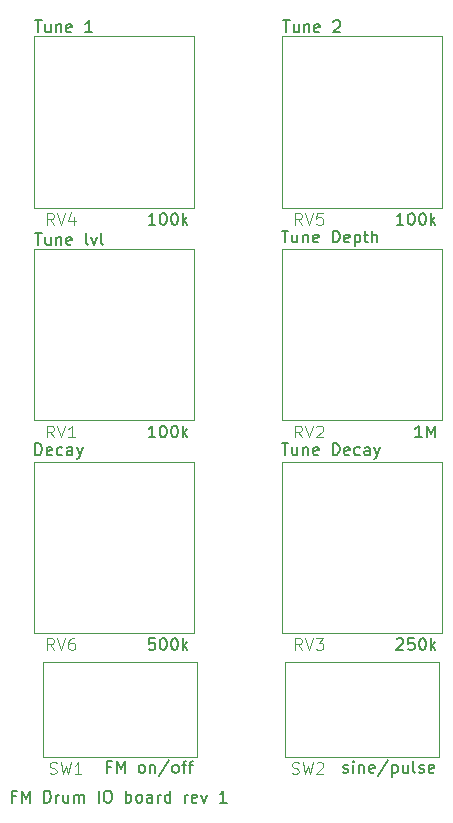
<source format=gbr>
%TF.GenerationSoftware,KiCad,Pcbnew,9.0.5*%
%TF.CreationDate,2025-10-05T20:16:51+02:00*%
%TF.ProjectId,11_fm_drum_io,31315f66-6d5f-4647-9275-6d5f696f2e6b,rev?*%
%TF.SameCoordinates,Original*%
%TF.FileFunction,Legend,Top*%
%TF.FilePolarity,Positive*%
%FSLAX46Y46*%
G04 Gerber Fmt 4.6, Leading zero omitted, Abs format (unit mm)*
G04 Created by KiCad (PCBNEW 9.0.5) date 2025-10-05 20:16:51*
%MOMM*%
%LPD*%
G01*
G04 APERTURE LIST*
%ADD10C,0.150000*%
%ADD11C,0.100000*%
G04 APERTURE END LIST*
D10*
X76670112Y-107346009D02*
X76336779Y-107346009D01*
X76336779Y-107869819D02*
X76336779Y-106869819D01*
X76336779Y-106869819D02*
X76812969Y-106869819D01*
X77193922Y-107869819D02*
X77193922Y-106869819D01*
X77193922Y-106869819D02*
X77527255Y-107584104D01*
X77527255Y-107584104D02*
X77860588Y-106869819D01*
X77860588Y-106869819D02*
X77860588Y-107869819D01*
X79098684Y-107869819D02*
X79098684Y-106869819D01*
X79098684Y-106869819D02*
X79336779Y-106869819D01*
X79336779Y-106869819D02*
X79479636Y-106917438D01*
X79479636Y-106917438D02*
X79574874Y-107012676D01*
X79574874Y-107012676D02*
X79622493Y-107107914D01*
X79622493Y-107107914D02*
X79670112Y-107298390D01*
X79670112Y-107298390D02*
X79670112Y-107441247D01*
X79670112Y-107441247D02*
X79622493Y-107631723D01*
X79622493Y-107631723D02*
X79574874Y-107726961D01*
X79574874Y-107726961D02*
X79479636Y-107822200D01*
X79479636Y-107822200D02*
X79336779Y-107869819D01*
X79336779Y-107869819D02*
X79098684Y-107869819D01*
X80098684Y-107869819D02*
X80098684Y-107203152D01*
X80098684Y-107393628D02*
X80146303Y-107298390D01*
X80146303Y-107298390D02*
X80193922Y-107250771D01*
X80193922Y-107250771D02*
X80289160Y-107203152D01*
X80289160Y-107203152D02*
X80384398Y-107203152D01*
X81146303Y-107203152D02*
X81146303Y-107869819D01*
X80717732Y-107203152D02*
X80717732Y-107726961D01*
X80717732Y-107726961D02*
X80765351Y-107822200D01*
X80765351Y-107822200D02*
X80860589Y-107869819D01*
X80860589Y-107869819D02*
X81003446Y-107869819D01*
X81003446Y-107869819D02*
X81098684Y-107822200D01*
X81098684Y-107822200D02*
X81146303Y-107774580D01*
X81622494Y-107869819D02*
X81622494Y-107203152D01*
X81622494Y-107298390D02*
X81670113Y-107250771D01*
X81670113Y-107250771D02*
X81765351Y-107203152D01*
X81765351Y-107203152D02*
X81908208Y-107203152D01*
X81908208Y-107203152D02*
X82003446Y-107250771D01*
X82003446Y-107250771D02*
X82051065Y-107346009D01*
X82051065Y-107346009D02*
X82051065Y-107869819D01*
X82051065Y-107346009D02*
X82098684Y-107250771D01*
X82098684Y-107250771D02*
X82193922Y-107203152D01*
X82193922Y-107203152D02*
X82336779Y-107203152D01*
X82336779Y-107203152D02*
X82432018Y-107250771D01*
X82432018Y-107250771D02*
X82479637Y-107346009D01*
X82479637Y-107346009D02*
X82479637Y-107869819D01*
X83717732Y-107869819D02*
X83717732Y-106869819D01*
X84384398Y-106869819D02*
X84574874Y-106869819D01*
X84574874Y-106869819D02*
X84670112Y-106917438D01*
X84670112Y-106917438D02*
X84765350Y-107012676D01*
X84765350Y-107012676D02*
X84812969Y-107203152D01*
X84812969Y-107203152D02*
X84812969Y-107536485D01*
X84812969Y-107536485D02*
X84765350Y-107726961D01*
X84765350Y-107726961D02*
X84670112Y-107822200D01*
X84670112Y-107822200D02*
X84574874Y-107869819D01*
X84574874Y-107869819D02*
X84384398Y-107869819D01*
X84384398Y-107869819D02*
X84289160Y-107822200D01*
X84289160Y-107822200D02*
X84193922Y-107726961D01*
X84193922Y-107726961D02*
X84146303Y-107536485D01*
X84146303Y-107536485D02*
X84146303Y-107203152D01*
X84146303Y-107203152D02*
X84193922Y-107012676D01*
X84193922Y-107012676D02*
X84289160Y-106917438D01*
X84289160Y-106917438D02*
X84384398Y-106869819D01*
X86003446Y-107869819D02*
X86003446Y-106869819D01*
X86003446Y-107250771D02*
X86098684Y-107203152D01*
X86098684Y-107203152D02*
X86289160Y-107203152D01*
X86289160Y-107203152D02*
X86384398Y-107250771D01*
X86384398Y-107250771D02*
X86432017Y-107298390D01*
X86432017Y-107298390D02*
X86479636Y-107393628D01*
X86479636Y-107393628D02*
X86479636Y-107679342D01*
X86479636Y-107679342D02*
X86432017Y-107774580D01*
X86432017Y-107774580D02*
X86384398Y-107822200D01*
X86384398Y-107822200D02*
X86289160Y-107869819D01*
X86289160Y-107869819D02*
X86098684Y-107869819D01*
X86098684Y-107869819D02*
X86003446Y-107822200D01*
X87051065Y-107869819D02*
X86955827Y-107822200D01*
X86955827Y-107822200D02*
X86908208Y-107774580D01*
X86908208Y-107774580D02*
X86860589Y-107679342D01*
X86860589Y-107679342D02*
X86860589Y-107393628D01*
X86860589Y-107393628D02*
X86908208Y-107298390D01*
X86908208Y-107298390D02*
X86955827Y-107250771D01*
X86955827Y-107250771D02*
X87051065Y-107203152D01*
X87051065Y-107203152D02*
X87193922Y-107203152D01*
X87193922Y-107203152D02*
X87289160Y-107250771D01*
X87289160Y-107250771D02*
X87336779Y-107298390D01*
X87336779Y-107298390D02*
X87384398Y-107393628D01*
X87384398Y-107393628D02*
X87384398Y-107679342D01*
X87384398Y-107679342D02*
X87336779Y-107774580D01*
X87336779Y-107774580D02*
X87289160Y-107822200D01*
X87289160Y-107822200D02*
X87193922Y-107869819D01*
X87193922Y-107869819D02*
X87051065Y-107869819D01*
X88241541Y-107869819D02*
X88241541Y-107346009D01*
X88241541Y-107346009D02*
X88193922Y-107250771D01*
X88193922Y-107250771D02*
X88098684Y-107203152D01*
X88098684Y-107203152D02*
X87908208Y-107203152D01*
X87908208Y-107203152D02*
X87812970Y-107250771D01*
X88241541Y-107822200D02*
X88146303Y-107869819D01*
X88146303Y-107869819D02*
X87908208Y-107869819D01*
X87908208Y-107869819D02*
X87812970Y-107822200D01*
X87812970Y-107822200D02*
X87765351Y-107726961D01*
X87765351Y-107726961D02*
X87765351Y-107631723D01*
X87765351Y-107631723D02*
X87812970Y-107536485D01*
X87812970Y-107536485D02*
X87908208Y-107488866D01*
X87908208Y-107488866D02*
X88146303Y-107488866D01*
X88146303Y-107488866D02*
X88241541Y-107441247D01*
X88717732Y-107869819D02*
X88717732Y-107203152D01*
X88717732Y-107393628D02*
X88765351Y-107298390D01*
X88765351Y-107298390D02*
X88812970Y-107250771D01*
X88812970Y-107250771D02*
X88908208Y-107203152D01*
X88908208Y-107203152D02*
X89003446Y-107203152D01*
X89765351Y-107869819D02*
X89765351Y-106869819D01*
X89765351Y-107822200D02*
X89670113Y-107869819D01*
X89670113Y-107869819D02*
X89479637Y-107869819D01*
X89479637Y-107869819D02*
X89384399Y-107822200D01*
X89384399Y-107822200D02*
X89336780Y-107774580D01*
X89336780Y-107774580D02*
X89289161Y-107679342D01*
X89289161Y-107679342D02*
X89289161Y-107393628D01*
X89289161Y-107393628D02*
X89336780Y-107298390D01*
X89336780Y-107298390D02*
X89384399Y-107250771D01*
X89384399Y-107250771D02*
X89479637Y-107203152D01*
X89479637Y-107203152D02*
X89670113Y-107203152D01*
X89670113Y-107203152D02*
X89765351Y-107250771D01*
X91003447Y-107869819D02*
X91003447Y-107203152D01*
X91003447Y-107393628D02*
X91051066Y-107298390D01*
X91051066Y-107298390D02*
X91098685Y-107250771D01*
X91098685Y-107250771D02*
X91193923Y-107203152D01*
X91193923Y-107203152D02*
X91289161Y-107203152D01*
X92003447Y-107822200D02*
X91908209Y-107869819D01*
X91908209Y-107869819D02*
X91717733Y-107869819D01*
X91717733Y-107869819D02*
X91622495Y-107822200D01*
X91622495Y-107822200D02*
X91574876Y-107726961D01*
X91574876Y-107726961D02*
X91574876Y-107346009D01*
X91574876Y-107346009D02*
X91622495Y-107250771D01*
X91622495Y-107250771D02*
X91717733Y-107203152D01*
X91717733Y-107203152D02*
X91908209Y-107203152D01*
X91908209Y-107203152D02*
X92003447Y-107250771D01*
X92003447Y-107250771D02*
X92051066Y-107346009D01*
X92051066Y-107346009D02*
X92051066Y-107441247D01*
X92051066Y-107441247D02*
X91574876Y-107536485D01*
X92384400Y-107203152D02*
X92622495Y-107869819D01*
X92622495Y-107869819D02*
X92860590Y-107203152D01*
X94527257Y-107869819D02*
X93955829Y-107869819D01*
X94241543Y-107869819D02*
X94241543Y-106869819D01*
X94241543Y-106869819D02*
X94146305Y-107012676D01*
X94146305Y-107012676D02*
X94051067Y-107107914D01*
X94051067Y-107107914D02*
X93955829Y-107155533D01*
D11*
X100066667Y-105409800D02*
X100209524Y-105457419D01*
X100209524Y-105457419D02*
X100447619Y-105457419D01*
X100447619Y-105457419D02*
X100542857Y-105409800D01*
X100542857Y-105409800D02*
X100590476Y-105362180D01*
X100590476Y-105362180D02*
X100638095Y-105266942D01*
X100638095Y-105266942D02*
X100638095Y-105171704D01*
X100638095Y-105171704D02*
X100590476Y-105076466D01*
X100590476Y-105076466D02*
X100542857Y-105028847D01*
X100542857Y-105028847D02*
X100447619Y-104981228D01*
X100447619Y-104981228D02*
X100257143Y-104933609D01*
X100257143Y-104933609D02*
X100161905Y-104885990D01*
X100161905Y-104885990D02*
X100114286Y-104838371D01*
X100114286Y-104838371D02*
X100066667Y-104743133D01*
X100066667Y-104743133D02*
X100066667Y-104647895D01*
X100066667Y-104647895D02*
X100114286Y-104552657D01*
X100114286Y-104552657D02*
X100161905Y-104505038D01*
X100161905Y-104505038D02*
X100257143Y-104457419D01*
X100257143Y-104457419D02*
X100495238Y-104457419D01*
X100495238Y-104457419D02*
X100638095Y-104505038D01*
X100971429Y-104457419D02*
X101209524Y-105457419D01*
X101209524Y-105457419D02*
X101400000Y-104743133D01*
X101400000Y-104743133D02*
X101590476Y-105457419D01*
X101590476Y-105457419D02*
X101828572Y-104457419D01*
X102161905Y-104552657D02*
X102209524Y-104505038D01*
X102209524Y-104505038D02*
X102304762Y-104457419D01*
X102304762Y-104457419D02*
X102542857Y-104457419D01*
X102542857Y-104457419D02*
X102638095Y-104505038D01*
X102638095Y-104505038D02*
X102685714Y-104552657D01*
X102685714Y-104552657D02*
X102733333Y-104647895D01*
X102733333Y-104647895D02*
X102733333Y-104743133D01*
X102733333Y-104743133D02*
X102685714Y-104885990D01*
X102685714Y-104885990D02*
X102114286Y-105457419D01*
X102114286Y-105457419D02*
X102733333Y-105457419D01*
D10*
X104396553Y-105307200D02*
X104491791Y-105354819D01*
X104491791Y-105354819D02*
X104682267Y-105354819D01*
X104682267Y-105354819D02*
X104777505Y-105307200D01*
X104777505Y-105307200D02*
X104825124Y-105211961D01*
X104825124Y-105211961D02*
X104825124Y-105164342D01*
X104825124Y-105164342D02*
X104777505Y-105069104D01*
X104777505Y-105069104D02*
X104682267Y-105021485D01*
X104682267Y-105021485D02*
X104539410Y-105021485D01*
X104539410Y-105021485D02*
X104444172Y-104973866D01*
X104444172Y-104973866D02*
X104396553Y-104878628D01*
X104396553Y-104878628D02*
X104396553Y-104831009D01*
X104396553Y-104831009D02*
X104444172Y-104735771D01*
X104444172Y-104735771D02*
X104539410Y-104688152D01*
X104539410Y-104688152D02*
X104682267Y-104688152D01*
X104682267Y-104688152D02*
X104777505Y-104735771D01*
X105253696Y-105354819D02*
X105253696Y-104688152D01*
X105253696Y-104354819D02*
X105206077Y-104402438D01*
X105206077Y-104402438D02*
X105253696Y-104450057D01*
X105253696Y-104450057D02*
X105301315Y-104402438D01*
X105301315Y-104402438D02*
X105253696Y-104354819D01*
X105253696Y-104354819D02*
X105253696Y-104450057D01*
X105729886Y-104688152D02*
X105729886Y-105354819D01*
X105729886Y-104783390D02*
X105777505Y-104735771D01*
X105777505Y-104735771D02*
X105872743Y-104688152D01*
X105872743Y-104688152D02*
X106015600Y-104688152D01*
X106015600Y-104688152D02*
X106110838Y-104735771D01*
X106110838Y-104735771D02*
X106158457Y-104831009D01*
X106158457Y-104831009D02*
X106158457Y-105354819D01*
X107015600Y-105307200D02*
X106920362Y-105354819D01*
X106920362Y-105354819D02*
X106729886Y-105354819D01*
X106729886Y-105354819D02*
X106634648Y-105307200D01*
X106634648Y-105307200D02*
X106587029Y-105211961D01*
X106587029Y-105211961D02*
X106587029Y-104831009D01*
X106587029Y-104831009D02*
X106634648Y-104735771D01*
X106634648Y-104735771D02*
X106729886Y-104688152D01*
X106729886Y-104688152D02*
X106920362Y-104688152D01*
X106920362Y-104688152D02*
X107015600Y-104735771D01*
X107015600Y-104735771D02*
X107063219Y-104831009D01*
X107063219Y-104831009D02*
X107063219Y-104926247D01*
X107063219Y-104926247D02*
X106587029Y-105021485D01*
X108206076Y-104307200D02*
X107348934Y-105592914D01*
X108539410Y-104688152D02*
X108539410Y-105688152D01*
X108539410Y-104735771D02*
X108634648Y-104688152D01*
X108634648Y-104688152D02*
X108825124Y-104688152D01*
X108825124Y-104688152D02*
X108920362Y-104735771D01*
X108920362Y-104735771D02*
X108967981Y-104783390D01*
X108967981Y-104783390D02*
X109015600Y-104878628D01*
X109015600Y-104878628D02*
X109015600Y-105164342D01*
X109015600Y-105164342D02*
X108967981Y-105259580D01*
X108967981Y-105259580D02*
X108920362Y-105307200D01*
X108920362Y-105307200D02*
X108825124Y-105354819D01*
X108825124Y-105354819D02*
X108634648Y-105354819D01*
X108634648Y-105354819D02*
X108539410Y-105307200D01*
X109872743Y-104688152D02*
X109872743Y-105354819D01*
X109444172Y-104688152D02*
X109444172Y-105211961D01*
X109444172Y-105211961D02*
X109491791Y-105307200D01*
X109491791Y-105307200D02*
X109587029Y-105354819D01*
X109587029Y-105354819D02*
X109729886Y-105354819D01*
X109729886Y-105354819D02*
X109825124Y-105307200D01*
X109825124Y-105307200D02*
X109872743Y-105259580D01*
X110491791Y-105354819D02*
X110396553Y-105307200D01*
X110396553Y-105307200D02*
X110348934Y-105211961D01*
X110348934Y-105211961D02*
X110348934Y-104354819D01*
X110825125Y-105307200D02*
X110920363Y-105354819D01*
X110920363Y-105354819D02*
X111110839Y-105354819D01*
X111110839Y-105354819D02*
X111206077Y-105307200D01*
X111206077Y-105307200D02*
X111253696Y-105211961D01*
X111253696Y-105211961D02*
X111253696Y-105164342D01*
X111253696Y-105164342D02*
X111206077Y-105069104D01*
X111206077Y-105069104D02*
X111110839Y-105021485D01*
X111110839Y-105021485D02*
X110967982Y-105021485D01*
X110967982Y-105021485D02*
X110872744Y-104973866D01*
X110872744Y-104973866D02*
X110825125Y-104878628D01*
X110825125Y-104878628D02*
X110825125Y-104831009D01*
X110825125Y-104831009D02*
X110872744Y-104735771D01*
X110872744Y-104735771D02*
X110967982Y-104688152D01*
X110967982Y-104688152D02*
X111110839Y-104688152D01*
X111110839Y-104688152D02*
X111206077Y-104735771D01*
X112063220Y-105307200D02*
X111967982Y-105354819D01*
X111967982Y-105354819D02*
X111777506Y-105354819D01*
X111777506Y-105354819D02*
X111682268Y-105307200D01*
X111682268Y-105307200D02*
X111634649Y-105211961D01*
X111634649Y-105211961D02*
X111634649Y-104831009D01*
X111634649Y-104831009D02*
X111682268Y-104735771D01*
X111682268Y-104735771D02*
X111777506Y-104688152D01*
X111777506Y-104688152D02*
X111967982Y-104688152D01*
X111967982Y-104688152D02*
X112063220Y-104735771D01*
X112063220Y-104735771D02*
X112110839Y-104831009D01*
X112110839Y-104831009D02*
X112110839Y-104926247D01*
X112110839Y-104926247D02*
X111634649Y-105021485D01*
D11*
X79904761Y-76957419D02*
X79571428Y-76481228D01*
X79333333Y-76957419D02*
X79333333Y-75957419D01*
X79333333Y-75957419D02*
X79714285Y-75957419D01*
X79714285Y-75957419D02*
X79809523Y-76005038D01*
X79809523Y-76005038D02*
X79857142Y-76052657D01*
X79857142Y-76052657D02*
X79904761Y-76147895D01*
X79904761Y-76147895D02*
X79904761Y-76290752D01*
X79904761Y-76290752D02*
X79857142Y-76385990D01*
X79857142Y-76385990D02*
X79809523Y-76433609D01*
X79809523Y-76433609D02*
X79714285Y-76481228D01*
X79714285Y-76481228D02*
X79333333Y-76481228D01*
X80190476Y-75957419D02*
X80523809Y-76957419D01*
X80523809Y-76957419D02*
X80857142Y-75957419D01*
X81714285Y-76957419D02*
X81142857Y-76957419D01*
X81428571Y-76957419D02*
X81428571Y-75957419D01*
X81428571Y-75957419D02*
X81333333Y-76100276D01*
X81333333Y-76100276D02*
X81238095Y-76195514D01*
X81238095Y-76195514D02*
X81142857Y-76243133D01*
D10*
X88496553Y-76954819D02*
X87925125Y-76954819D01*
X88210839Y-76954819D02*
X88210839Y-75954819D01*
X88210839Y-75954819D02*
X88115601Y-76097676D01*
X88115601Y-76097676D02*
X88020363Y-76192914D01*
X88020363Y-76192914D02*
X87925125Y-76240533D01*
X89115601Y-75954819D02*
X89210839Y-75954819D01*
X89210839Y-75954819D02*
X89306077Y-76002438D01*
X89306077Y-76002438D02*
X89353696Y-76050057D01*
X89353696Y-76050057D02*
X89401315Y-76145295D01*
X89401315Y-76145295D02*
X89448934Y-76335771D01*
X89448934Y-76335771D02*
X89448934Y-76573866D01*
X89448934Y-76573866D02*
X89401315Y-76764342D01*
X89401315Y-76764342D02*
X89353696Y-76859580D01*
X89353696Y-76859580D02*
X89306077Y-76907200D01*
X89306077Y-76907200D02*
X89210839Y-76954819D01*
X89210839Y-76954819D02*
X89115601Y-76954819D01*
X89115601Y-76954819D02*
X89020363Y-76907200D01*
X89020363Y-76907200D02*
X88972744Y-76859580D01*
X88972744Y-76859580D02*
X88925125Y-76764342D01*
X88925125Y-76764342D02*
X88877506Y-76573866D01*
X88877506Y-76573866D02*
X88877506Y-76335771D01*
X88877506Y-76335771D02*
X88925125Y-76145295D01*
X88925125Y-76145295D02*
X88972744Y-76050057D01*
X88972744Y-76050057D02*
X89020363Y-76002438D01*
X89020363Y-76002438D02*
X89115601Y-75954819D01*
X90067982Y-75954819D02*
X90163220Y-75954819D01*
X90163220Y-75954819D02*
X90258458Y-76002438D01*
X90258458Y-76002438D02*
X90306077Y-76050057D01*
X90306077Y-76050057D02*
X90353696Y-76145295D01*
X90353696Y-76145295D02*
X90401315Y-76335771D01*
X90401315Y-76335771D02*
X90401315Y-76573866D01*
X90401315Y-76573866D02*
X90353696Y-76764342D01*
X90353696Y-76764342D02*
X90306077Y-76859580D01*
X90306077Y-76859580D02*
X90258458Y-76907200D01*
X90258458Y-76907200D02*
X90163220Y-76954819D01*
X90163220Y-76954819D02*
X90067982Y-76954819D01*
X90067982Y-76954819D02*
X89972744Y-76907200D01*
X89972744Y-76907200D02*
X89925125Y-76859580D01*
X89925125Y-76859580D02*
X89877506Y-76764342D01*
X89877506Y-76764342D02*
X89829887Y-76573866D01*
X89829887Y-76573866D02*
X89829887Y-76335771D01*
X89829887Y-76335771D02*
X89877506Y-76145295D01*
X89877506Y-76145295D02*
X89925125Y-76050057D01*
X89925125Y-76050057D02*
X89972744Y-76002438D01*
X89972744Y-76002438D02*
X90067982Y-75954819D01*
X90829887Y-76954819D02*
X90829887Y-75954819D01*
X90925125Y-76573866D02*
X91210839Y-76954819D01*
X91210839Y-76288152D02*
X90829887Y-76669104D01*
X78293922Y-59654819D02*
X78865350Y-59654819D01*
X78579636Y-60654819D02*
X78579636Y-59654819D01*
X79627255Y-59988152D02*
X79627255Y-60654819D01*
X79198684Y-59988152D02*
X79198684Y-60511961D01*
X79198684Y-60511961D02*
X79246303Y-60607200D01*
X79246303Y-60607200D02*
X79341541Y-60654819D01*
X79341541Y-60654819D02*
X79484398Y-60654819D01*
X79484398Y-60654819D02*
X79579636Y-60607200D01*
X79579636Y-60607200D02*
X79627255Y-60559580D01*
X80103446Y-59988152D02*
X80103446Y-60654819D01*
X80103446Y-60083390D02*
X80151065Y-60035771D01*
X80151065Y-60035771D02*
X80246303Y-59988152D01*
X80246303Y-59988152D02*
X80389160Y-59988152D01*
X80389160Y-59988152D02*
X80484398Y-60035771D01*
X80484398Y-60035771D02*
X80532017Y-60131009D01*
X80532017Y-60131009D02*
X80532017Y-60654819D01*
X81389160Y-60607200D02*
X81293922Y-60654819D01*
X81293922Y-60654819D02*
X81103446Y-60654819D01*
X81103446Y-60654819D02*
X81008208Y-60607200D01*
X81008208Y-60607200D02*
X80960589Y-60511961D01*
X80960589Y-60511961D02*
X80960589Y-60131009D01*
X80960589Y-60131009D02*
X81008208Y-60035771D01*
X81008208Y-60035771D02*
X81103446Y-59988152D01*
X81103446Y-59988152D02*
X81293922Y-59988152D01*
X81293922Y-59988152D02*
X81389160Y-60035771D01*
X81389160Y-60035771D02*
X81436779Y-60131009D01*
X81436779Y-60131009D02*
X81436779Y-60226247D01*
X81436779Y-60226247D02*
X80960589Y-60321485D01*
X82770113Y-60654819D02*
X82674875Y-60607200D01*
X82674875Y-60607200D02*
X82627256Y-60511961D01*
X82627256Y-60511961D02*
X82627256Y-59654819D01*
X83055828Y-59988152D02*
X83293923Y-60654819D01*
X83293923Y-60654819D02*
X83532018Y-59988152D01*
X84055828Y-60654819D02*
X83960590Y-60607200D01*
X83960590Y-60607200D02*
X83912971Y-60511961D01*
X83912971Y-60511961D02*
X83912971Y-59654819D01*
D11*
X79904761Y-58957419D02*
X79571428Y-58481228D01*
X79333333Y-58957419D02*
X79333333Y-57957419D01*
X79333333Y-57957419D02*
X79714285Y-57957419D01*
X79714285Y-57957419D02*
X79809523Y-58005038D01*
X79809523Y-58005038D02*
X79857142Y-58052657D01*
X79857142Y-58052657D02*
X79904761Y-58147895D01*
X79904761Y-58147895D02*
X79904761Y-58290752D01*
X79904761Y-58290752D02*
X79857142Y-58385990D01*
X79857142Y-58385990D02*
X79809523Y-58433609D01*
X79809523Y-58433609D02*
X79714285Y-58481228D01*
X79714285Y-58481228D02*
X79333333Y-58481228D01*
X80190476Y-57957419D02*
X80523809Y-58957419D01*
X80523809Y-58957419D02*
X80857142Y-57957419D01*
X81619047Y-58290752D02*
X81619047Y-58957419D01*
X81380952Y-57909800D02*
X81142857Y-58624085D01*
X81142857Y-58624085D02*
X81761904Y-58624085D01*
D10*
X88496553Y-58954819D02*
X87925125Y-58954819D01*
X88210839Y-58954819D02*
X88210839Y-57954819D01*
X88210839Y-57954819D02*
X88115601Y-58097676D01*
X88115601Y-58097676D02*
X88020363Y-58192914D01*
X88020363Y-58192914D02*
X87925125Y-58240533D01*
X89115601Y-57954819D02*
X89210839Y-57954819D01*
X89210839Y-57954819D02*
X89306077Y-58002438D01*
X89306077Y-58002438D02*
X89353696Y-58050057D01*
X89353696Y-58050057D02*
X89401315Y-58145295D01*
X89401315Y-58145295D02*
X89448934Y-58335771D01*
X89448934Y-58335771D02*
X89448934Y-58573866D01*
X89448934Y-58573866D02*
X89401315Y-58764342D01*
X89401315Y-58764342D02*
X89353696Y-58859580D01*
X89353696Y-58859580D02*
X89306077Y-58907200D01*
X89306077Y-58907200D02*
X89210839Y-58954819D01*
X89210839Y-58954819D02*
X89115601Y-58954819D01*
X89115601Y-58954819D02*
X89020363Y-58907200D01*
X89020363Y-58907200D02*
X88972744Y-58859580D01*
X88972744Y-58859580D02*
X88925125Y-58764342D01*
X88925125Y-58764342D02*
X88877506Y-58573866D01*
X88877506Y-58573866D02*
X88877506Y-58335771D01*
X88877506Y-58335771D02*
X88925125Y-58145295D01*
X88925125Y-58145295D02*
X88972744Y-58050057D01*
X88972744Y-58050057D02*
X89020363Y-58002438D01*
X89020363Y-58002438D02*
X89115601Y-57954819D01*
X90067982Y-57954819D02*
X90163220Y-57954819D01*
X90163220Y-57954819D02*
X90258458Y-58002438D01*
X90258458Y-58002438D02*
X90306077Y-58050057D01*
X90306077Y-58050057D02*
X90353696Y-58145295D01*
X90353696Y-58145295D02*
X90401315Y-58335771D01*
X90401315Y-58335771D02*
X90401315Y-58573866D01*
X90401315Y-58573866D02*
X90353696Y-58764342D01*
X90353696Y-58764342D02*
X90306077Y-58859580D01*
X90306077Y-58859580D02*
X90258458Y-58907200D01*
X90258458Y-58907200D02*
X90163220Y-58954819D01*
X90163220Y-58954819D02*
X90067982Y-58954819D01*
X90067982Y-58954819D02*
X89972744Y-58907200D01*
X89972744Y-58907200D02*
X89925125Y-58859580D01*
X89925125Y-58859580D02*
X89877506Y-58764342D01*
X89877506Y-58764342D02*
X89829887Y-58573866D01*
X89829887Y-58573866D02*
X89829887Y-58335771D01*
X89829887Y-58335771D02*
X89877506Y-58145295D01*
X89877506Y-58145295D02*
X89925125Y-58050057D01*
X89925125Y-58050057D02*
X89972744Y-58002438D01*
X89972744Y-58002438D02*
X90067982Y-57954819D01*
X90829887Y-58954819D02*
X90829887Y-57954819D01*
X90925125Y-58573866D02*
X91210839Y-58954819D01*
X91210839Y-58288152D02*
X90829887Y-58669104D01*
X78293922Y-41654819D02*
X78865350Y-41654819D01*
X78579636Y-42654819D02*
X78579636Y-41654819D01*
X79627255Y-41988152D02*
X79627255Y-42654819D01*
X79198684Y-41988152D02*
X79198684Y-42511961D01*
X79198684Y-42511961D02*
X79246303Y-42607200D01*
X79246303Y-42607200D02*
X79341541Y-42654819D01*
X79341541Y-42654819D02*
X79484398Y-42654819D01*
X79484398Y-42654819D02*
X79579636Y-42607200D01*
X79579636Y-42607200D02*
X79627255Y-42559580D01*
X80103446Y-41988152D02*
X80103446Y-42654819D01*
X80103446Y-42083390D02*
X80151065Y-42035771D01*
X80151065Y-42035771D02*
X80246303Y-41988152D01*
X80246303Y-41988152D02*
X80389160Y-41988152D01*
X80389160Y-41988152D02*
X80484398Y-42035771D01*
X80484398Y-42035771D02*
X80532017Y-42131009D01*
X80532017Y-42131009D02*
X80532017Y-42654819D01*
X81389160Y-42607200D02*
X81293922Y-42654819D01*
X81293922Y-42654819D02*
X81103446Y-42654819D01*
X81103446Y-42654819D02*
X81008208Y-42607200D01*
X81008208Y-42607200D02*
X80960589Y-42511961D01*
X80960589Y-42511961D02*
X80960589Y-42131009D01*
X80960589Y-42131009D02*
X81008208Y-42035771D01*
X81008208Y-42035771D02*
X81103446Y-41988152D01*
X81103446Y-41988152D02*
X81293922Y-41988152D01*
X81293922Y-41988152D02*
X81389160Y-42035771D01*
X81389160Y-42035771D02*
X81436779Y-42131009D01*
X81436779Y-42131009D02*
X81436779Y-42226247D01*
X81436779Y-42226247D02*
X80960589Y-42321485D01*
X83151065Y-42654819D02*
X82579637Y-42654819D01*
X82865351Y-42654819D02*
X82865351Y-41654819D01*
X82865351Y-41654819D02*
X82770113Y-41797676D01*
X82770113Y-41797676D02*
X82674875Y-41892914D01*
X82674875Y-41892914D02*
X82579637Y-41940533D01*
D11*
X100904761Y-58957419D02*
X100571428Y-58481228D01*
X100333333Y-58957419D02*
X100333333Y-57957419D01*
X100333333Y-57957419D02*
X100714285Y-57957419D01*
X100714285Y-57957419D02*
X100809523Y-58005038D01*
X100809523Y-58005038D02*
X100857142Y-58052657D01*
X100857142Y-58052657D02*
X100904761Y-58147895D01*
X100904761Y-58147895D02*
X100904761Y-58290752D01*
X100904761Y-58290752D02*
X100857142Y-58385990D01*
X100857142Y-58385990D02*
X100809523Y-58433609D01*
X100809523Y-58433609D02*
X100714285Y-58481228D01*
X100714285Y-58481228D02*
X100333333Y-58481228D01*
X101190476Y-57957419D02*
X101523809Y-58957419D01*
X101523809Y-58957419D02*
X101857142Y-57957419D01*
X102666666Y-57957419D02*
X102190476Y-57957419D01*
X102190476Y-57957419D02*
X102142857Y-58433609D01*
X102142857Y-58433609D02*
X102190476Y-58385990D01*
X102190476Y-58385990D02*
X102285714Y-58338371D01*
X102285714Y-58338371D02*
X102523809Y-58338371D01*
X102523809Y-58338371D02*
X102619047Y-58385990D01*
X102619047Y-58385990D02*
X102666666Y-58433609D01*
X102666666Y-58433609D02*
X102714285Y-58528847D01*
X102714285Y-58528847D02*
X102714285Y-58766942D01*
X102714285Y-58766942D02*
X102666666Y-58862180D01*
X102666666Y-58862180D02*
X102619047Y-58909800D01*
X102619047Y-58909800D02*
X102523809Y-58957419D01*
X102523809Y-58957419D02*
X102285714Y-58957419D01*
X102285714Y-58957419D02*
X102190476Y-58909800D01*
X102190476Y-58909800D02*
X102142857Y-58862180D01*
D10*
X109496553Y-58954819D02*
X108925125Y-58954819D01*
X109210839Y-58954819D02*
X109210839Y-57954819D01*
X109210839Y-57954819D02*
X109115601Y-58097676D01*
X109115601Y-58097676D02*
X109020363Y-58192914D01*
X109020363Y-58192914D02*
X108925125Y-58240533D01*
X110115601Y-57954819D02*
X110210839Y-57954819D01*
X110210839Y-57954819D02*
X110306077Y-58002438D01*
X110306077Y-58002438D02*
X110353696Y-58050057D01*
X110353696Y-58050057D02*
X110401315Y-58145295D01*
X110401315Y-58145295D02*
X110448934Y-58335771D01*
X110448934Y-58335771D02*
X110448934Y-58573866D01*
X110448934Y-58573866D02*
X110401315Y-58764342D01*
X110401315Y-58764342D02*
X110353696Y-58859580D01*
X110353696Y-58859580D02*
X110306077Y-58907200D01*
X110306077Y-58907200D02*
X110210839Y-58954819D01*
X110210839Y-58954819D02*
X110115601Y-58954819D01*
X110115601Y-58954819D02*
X110020363Y-58907200D01*
X110020363Y-58907200D02*
X109972744Y-58859580D01*
X109972744Y-58859580D02*
X109925125Y-58764342D01*
X109925125Y-58764342D02*
X109877506Y-58573866D01*
X109877506Y-58573866D02*
X109877506Y-58335771D01*
X109877506Y-58335771D02*
X109925125Y-58145295D01*
X109925125Y-58145295D02*
X109972744Y-58050057D01*
X109972744Y-58050057D02*
X110020363Y-58002438D01*
X110020363Y-58002438D02*
X110115601Y-57954819D01*
X111067982Y-57954819D02*
X111163220Y-57954819D01*
X111163220Y-57954819D02*
X111258458Y-58002438D01*
X111258458Y-58002438D02*
X111306077Y-58050057D01*
X111306077Y-58050057D02*
X111353696Y-58145295D01*
X111353696Y-58145295D02*
X111401315Y-58335771D01*
X111401315Y-58335771D02*
X111401315Y-58573866D01*
X111401315Y-58573866D02*
X111353696Y-58764342D01*
X111353696Y-58764342D02*
X111306077Y-58859580D01*
X111306077Y-58859580D02*
X111258458Y-58907200D01*
X111258458Y-58907200D02*
X111163220Y-58954819D01*
X111163220Y-58954819D02*
X111067982Y-58954819D01*
X111067982Y-58954819D02*
X110972744Y-58907200D01*
X110972744Y-58907200D02*
X110925125Y-58859580D01*
X110925125Y-58859580D02*
X110877506Y-58764342D01*
X110877506Y-58764342D02*
X110829887Y-58573866D01*
X110829887Y-58573866D02*
X110829887Y-58335771D01*
X110829887Y-58335771D02*
X110877506Y-58145295D01*
X110877506Y-58145295D02*
X110925125Y-58050057D01*
X110925125Y-58050057D02*
X110972744Y-58002438D01*
X110972744Y-58002438D02*
X111067982Y-57954819D01*
X111829887Y-58954819D02*
X111829887Y-57954819D01*
X111925125Y-58573866D02*
X112210839Y-58954819D01*
X112210839Y-58288152D02*
X111829887Y-58669104D01*
X99293922Y-41654819D02*
X99865350Y-41654819D01*
X99579636Y-42654819D02*
X99579636Y-41654819D01*
X100627255Y-41988152D02*
X100627255Y-42654819D01*
X100198684Y-41988152D02*
X100198684Y-42511961D01*
X100198684Y-42511961D02*
X100246303Y-42607200D01*
X100246303Y-42607200D02*
X100341541Y-42654819D01*
X100341541Y-42654819D02*
X100484398Y-42654819D01*
X100484398Y-42654819D02*
X100579636Y-42607200D01*
X100579636Y-42607200D02*
X100627255Y-42559580D01*
X101103446Y-41988152D02*
X101103446Y-42654819D01*
X101103446Y-42083390D02*
X101151065Y-42035771D01*
X101151065Y-42035771D02*
X101246303Y-41988152D01*
X101246303Y-41988152D02*
X101389160Y-41988152D01*
X101389160Y-41988152D02*
X101484398Y-42035771D01*
X101484398Y-42035771D02*
X101532017Y-42131009D01*
X101532017Y-42131009D02*
X101532017Y-42654819D01*
X102389160Y-42607200D02*
X102293922Y-42654819D01*
X102293922Y-42654819D02*
X102103446Y-42654819D01*
X102103446Y-42654819D02*
X102008208Y-42607200D01*
X102008208Y-42607200D02*
X101960589Y-42511961D01*
X101960589Y-42511961D02*
X101960589Y-42131009D01*
X101960589Y-42131009D02*
X102008208Y-42035771D01*
X102008208Y-42035771D02*
X102103446Y-41988152D01*
X102103446Y-41988152D02*
X102293922Y-41988152D01*
X102293922Y-41988152D02*
X102389160Y-42035771D01*
X102389160Y-42035771D02*
X102436779Y-42131009D01*
X102436779Y-42131009D02*
X102436779Y-42226247D01*
X102436779Y-42226247D02*
X101960589Y-42321485D01*
X103579637Y-41750057D02*
X103627256Y-41702438D01*
X103627256Y-41702438D02*
X103722494Y-41654819D01*
X103722494Y-41654819D02*
X103960589Y-41654819D01*
X103960589Y-41654819D02*
X104055827Y-41702438D01*
X104055827Y-41702438D02*
X104103446Y-41750057D01*
X104103446Y-41750057D02*
X104151065Y-41845295D01*
X104151065Y-41845295D02*
X104151065Y-41940533D01*
X104151065Y-41940533D02*
X104103446Y-42083390D01*
X104103446Y-42083390D02*
X103532018Y-42654819D01*
X103532018Y-42654819D02*
X104151065Y-42654819D01*
D11*
X79904761Y-94957419D02*
X79571428Y-94481228D01*
X79333333Y-94957419D02*
X79333333Y-93957419D01*
X79333333Y-93957419D02*
X79714285Y-93957419D01*
X79714285Y-93957419D02*
X79809523Y-94005038D01*
X79809523Y-94005038D02*
X79857142Y-94052657D01*
X79857142Y-94052657D02*
X79904761Y-94147895D01*
X79904761Y-94147895D02*
X79904761Y-94290752D01*
X79904761Y-94290752D02*
X79857142Y-94385990D01*
X79857142Y-94385990D02*
X79809523Y-94433609D01*
X79809523Y-94433609D02*
X79714285Y-94481228D01*
X79714285Y-94481228D02*
X79333333Y-94481228D01*
X80190476Y-93957419D02*
X80523809Y-94957419D01*
X80523809Y-94957419D02*
X80857142Y-93957419D01*
X81619047Y-93957419D02*
X81428571Y-93957419D01*
X81428571Y-93957419D02*
X81333333Y-94005038D01*
X81333333Y-94005038D02*
X81285714Y-94052657D01*
X81285714Y-94052657D02*
X81190476Y-94195514D01*
X81190476Y-94195514D02*
X81142857Y-94385990D01*
X81142857Y-94385990D02*
X81142857Y-94766942D01*
X81142857Y-94766942D02*
X81190476Y-94862180D01*
X81190476Y-94862180D02*
X81238095Y-94909800D01*
X81238095Y-94909800D02*
X81333333Y-94957419D01*
X81333333Y-94957419D02*
X81523809Y-94957419D01*
X81523809Y-94957419D02*
X81619047Y-94909800D01*
X81619047Y-94909800D02*
X81666666Y-94862180D01*
X81666666Y-94862180D02*
X81714285Y-94766942D01*
X81714285Y-94766942D02*
X81714285Y-94528847D01*
X81714285Y-94528847D02*
X81666666Y-94433609D01*
X81666666Y-94433609D02*
X81619047Y-94385990D01*
X81619047Y-94385990D02*
X81523809Y-94338371D01*
X81523809Y-94338371D02*
X81333333Y-94338371D01*
X81333333Y-94338371D02*
X81238095Y-94385990D01*
X81238095Y-94385990D02*
X81190476Y-94433609D01*
X81190476Y-94433609D02*
X81142857Y-94528847D01*
D10*
X88448934Y-93954819D02*
X87972744Y-93954819D01*
X87972744Y-93954819D02*
X87925125Y-94431009D01*
X87925125Y-94431009D02*
X87972744Y-94383390D01*
X87972744Y-94383390D02*
X88067982Y-94335771D01*
X88067982Y-94335771D02*
X88306077Y-94335771D01*
X88306077Y-94335771D02*
X88401315Y-94383390D01*
X88401315Y-94383390D02*
X88448934Y-94431009D01*
X88448934Y-94431009D02*
X88496553Y-94526247D01*
X88496553Y-94526247D02*
X88496553Y-94764342D01*
X88496553Y-94764342D02*
X88448934Y-94859580D01*
X88448934Y-94859580D02*
X88401315Y-94907200D01*
X88401315Y-94907200D02*
X88306077Y-94954819D01*
X88306077Y-94954819D02*
X88067982Y-94954819D01*
X88067982Y-94954819D02*
X87972744Y-94907200D01*
X87972744Y-94907200D02*
X87925125Y-94859580D01*
X89115601Y-93954819D02*
X89210839Y-93954819D01*
X89210839Y-93954819D02*
X89306077Y-94002438D01*
X89306077Y-94002438D02*
X89353696Y-94050057D01*
X89353696Y-94050057D02*
X89401315Y-94145295D01*
X89401315Y-94145295D02*
X89448934Y-94335771D01*
X89448934Y-94335771D02*
X89448934Y-94573866D01*
X89448934Y-94573866D02*
X89401315Y-94764342D01*
X89401315Y-94764342D02*
X89353696Y-94859580D01*
X89353696Y-94859580D02*
X89306077Y-94907200D01*
X89306077Y-94907200D02*
X89210839Y-94954819D01*
X89210839Y-94954819D02*
X89115601Y-94954819D01*
X89115601Y-94954819D02*
X89020363Y-94907200D01*
X89020363Y-94907200D02*
X88972744Y-94859580D01*
X88972744Y-94859580D02*
X88925125Y-94764342D01*
X88925125Y-94764342D02*
X88877506Y-94573866D01*
X88877506Y-94573866D02*
X88877506Y-94335771D01*
X88877506Y-94335771D02*
X88925125Y-94145295D01*
X88925125Y-94145295D02*
X88972744Y-94050057D01*
X88972744Y-94050057D02*
X89020363Y-94002438D01*
X89020363Y-94002438D02*
X89115601Y-93954819D01*
X90067982Y-93954819D02*
X90163220Y-93954819D01*
X90163220Y-93954819D02*
X90258458Y-94002438D01*
X90258458Y-94002438D02*
X90306077Y-94050057D01*
X90306077Y-94050057D02*
X90353696Y-94145295D01*
X90353696Y-94145295D02*
X90401315Y-94335771D01*
X90401315Y-94335771D02*
X90401315Y-94573866D01*
X90401315Y-94573866D02*
X90353696Y-94764342D01*
X90353696Y-94764342D02*
X90306077Y-94859580D01*
X90306077Y-94859580D02*
X90258458Y-94907200D01*
X90258458Y-94907200D02*
X90163220Y-94954819D01*
X90163220Y-94954819D02*
X90067982Y-94954819D01*
X90067982Y-94954819D02*
X89972744Y-94907200D01*
X89972744Y-94907200D02*
X89925125Y-94859580D01*
X89925125Y-94859580D02*
X89877506Y-94764342D01*
X89877506Y-94764342D02*
X89829887Y-94573866D01*
X89829887Y-94573866D02*
X89829887Y-94335771D01*
X89829887Y-94335771D02*
X89877506Y-94145295D01*
X89877506Y-94145295D02*
X89925125Y-94050057D01*
X89925125Y-94050057D02*
X89972744Y-94002438D01*
X89972744Y-94002438D02*
X90067982Y-93954819D01*
X90829887Y-94954819D02*
X90829887Y-93954819D01*
X90925125Y-94573866D02*
X91210839Y-94954819D01*
X91210839Y-94288152D02*
X90829887Y-94669104D01*
X78336779Y-78454819D02*
X78336779Y-77454819D01*
X78336779Y-77454819D02*
X78574874Y-77454819D01*
X78574874Y-77454819D02*
X78717731Y-77502438D01*
X78717731Y-77502438D02*
X78812969Y-77597676D01*
X78812969Y-77597676D02*
X78860588Y-77692914D01*
X78860588Y-77692914D02*
X78908207Y-77883390D01*
X78908207Y-77883390D02*
X78908207Y-78026247D01*
X78908207Y-78026247D02*
X78860588Y-78216723D01*
X78860588Y-78216723D02*
X78812969Y-78311961D01*
X78812969Y-78311961D02*
X78717731Y-78407200D01*
X78717731Y-78407200D02*
X78574874Y-78454819D01*
X78574874Y-78454819D02*
X78336779Y-78454819D01*
X79717731Y-78407200D02*
X79622493Y-78454819D01*
X79622493Y-78454819D02*
X79432017Y-78454819D01*
X79432017Y-78454819D02*
X79336779Y-78407200D01*
X79336779Y-78407200D02*
X79289160Y-78311961D01*
X79289160Y-78311961D02*
X79289160Y-77931009D01*
X79289160Y-77931009D02*
X79336779Y-77835771D01*
X79336779Y-77835771D02*
X79432017Y-77788152D01*
X79432017Y-77788152D02*
X79622493Y-77788152D01*
X79622493Y-77788152D02*
X79717731Y-77835771D01*
X79717731Y-77835771D02*
X79765350Y-77931009D01*
X79765350Y-77931009D02*
X79765350Y-78026247D01*
X79765350Y-78026247D02*
X79289160Y-78121485D01*
X80622493Y-78407200D02*
X80527255Y-78454819D01*
X80527255Y-78454819D02*
X80336779Y-78454819D01*
X80336779Y-78454819D02*
X80241541Y-78407200D01*
X80241541Y-78407200D02*
X80193922Y-78359580D01*
X80193922Y-78359580D02*
X80146303Y-78264342D01*
X80146303Y-78264342D02*
X80146303Y-77978628D01*
X80146303Y-77978628D02*
X80193922Y-77883390D01*
X80193922Y-77883390D02*
X80241541Y-77835771D01*
X80241541Y-77835771D02*
X80336779Y-77788152D01*
X80336779Y-77788152D02*
X80527255Y-77788152D01*
X80527255Y-77788152D02*
X80622493Y-77835771D01*
X81479636Y-78454819D02*
X81479636Y-77931009D01*
X81479636Y-77931009D02*
X81432017Y-77835771D01*
X81432017Y-77835771D02*
X81336779Y-77788152D01*
X81336779Y-77788152D02*
X81146303Y-77788152D01*
X81146303Y-77788152D02*
X81051065Y-77835771D01*
X81479636Y-78407200D02*
X81384398Y-78454819D01*
X81384398Y-78454819D02*
X81146303Y-78454819D01*
X81146303Y-78454819D02*
X81051065Y-78407200D01*
X81051065Y-78407200D02*
X81003446Y-78311961D01*
X81003446Y-78311961D02*
X81003446Y-78216723D01*
X81003446Y-78216723D02*
X81051065Y-78121485D01*
X81051065Y-78121485D02*
X81146303Y-78073866D01*
X81146303Y-78073866D02*
X81384398Y-78073866D01*
X81384398Y-78073866D02*
X81479636Y-78026247D01*
X81860589Y-77788152D02*
X82098684Y-78454819D01*
X82336779Y-77788152D02*
X82098684Y-78454819D01*
X82098684Y-78454819D02*
X82003446Y-78692914D01*
X82003446Y-78692914D02*
X81955827Y-78740533D01*
X81955827Y-78740533D02*
X81860589Y-78788152D01*
D11*
X79566667Y-105409800D02*
X79709524Y-105457419D01*
X79709524Y-105457419D02*
X79947619Y-105457419D01*
X79947619Y-105457419D02*
X80042857Y-105409800D01*
X80042857Y-105409800D02*
X80090476Y-105362180D01*
X80090476Y-105362180D02*
X80138095Y-105266942D01*
X80138095Y-105266942D02*
X80138095Y-105171704D01*
X80138095Y-105171704D02*
X80090476Y-105076466D01*
X80090476Y-105076466D02*
X80042857Y-105028847D01*
X80042857Y-105028847D02*
X79947619Y-104981228D01*
X79947619Y-104981228D02*
X79757143Y-104933609D01*
X79757143Y-104933609D02*
X79661905Y-104885990D01*
X79661905Y-104885990D02*
X79614286Y-104838371D01*
X79614286Y-104838371D02*
X79566667Y-104743133D01*
X79566667Y-104743133D02*
X79566667Y-104647895D01*
X79566667Y-104647895D02*
X79614286Y-104552657D01*
X79614286Y-104552657D02*
X79661905Y-104505038D01*
X79661905Y-104505038D02*
X79757143Y-104457419D01*
X79757143Y-104457419D02*
X79995238Y-104457419D01*
X79995238Y-104457419D02*
X80138095Y-104505038D01*
X80471429Y-104457419D02*
X80709524Y-105457419D01*
X80709524Y-105457419D02*
X80900000Y-104743133D01*
X80900000Y-104743133D02*
X81090476Y-105457419D01*
X81090476Y-105457419D02*
X81328572Y-104457419D01*
X82233333Y-105457419D02*
X81661905Y-105457419D01*
X81947619Y-105457419D02*
X81947619Y-104457419D01*
X81947619Y-104457419D02*
X81852381Y-104600276D01*
X81852381Y-104600276D02*
X81757143Y-104695514D01*
X81757143Y-104695514D02*
X81661905Y-104743133D01*
D10*
X84706076Y-104831009D02*
X84372743Y-104831009D01*
X84372743Y-105354819D02*
X84372743Y-104354819D01*
X84372743Y-104354819D02*
X84848933Y-104354819D01*
X85229886Y-105354819D02*
X85229886Y-104354819D01*
X85229886Y-104354819D02*
X85563219Y-105069104D01*
X85563219Y-105069104D02*
X85896552Y-104354819D01*
X85896552Y-104354819D02*
X85896552Y-105354819D01*
X87277505Y-105354819D02*
X87182267Y-105307200D01*
X87182267Y-105307200D02*
X87134648Y-105259580D01*
X87134648Y-105259580D02*
X87087029Y-105164342D01*
X87087029Y-105164342D02*
X87087029Y-104878628D01*
X87087029Y-104878628D02*
X87134648Y-104783390D01*
X87134648Y-104783390D02*
X87182267Y-104735771D01*
X87182267Y-104735771D02*
X87277505Y-104688152D01*
X87277505Y-104688152D02*
X87420362Y-104688152D01*
X87420362Y-104688152D02*
X87515600Y-104735771D01*
X87515600Y-104735771D02*
X87563219Y-104783390D01*
X87563219Y-104783390D02*
X87610838Y-104878628D01*
X87610838Y-104878628D02*
X87610838Y-105164342D01*
X87610838Y-105164342D02*
X87563219Y-105259580D01*
X87563219Y-105259580D02*
X87515600Y-105307200D01*
X87515600Y-105307200D02*
X87420362Y-105354819D01*
X87420362Y-105354819D02*
X87277505Y-105354819D01*
X88039410Y-104688152D02*
X88039410Y-105354819D01*
X88039410Y-104783390D02*
X88087029Y-104735771D01*
X88087029Y-104735771D02*
X88182267Y-104688152D01*
X88182267Y-104688152D02*
X88325124Y-104688152D01*
X88325124Y-104688152D02*
X88420362Y-104735771D01*
X88420362Y-104735771D02*
X88467981Y-104831009D01*
X88467981Y-104831009D02*
X88467981Y-105354819D01*
X89658457Y-104307200D02*
X88801315Y-105592914D01*
X90134648Y-105354819D02*
X90039410Y-105307200D01*
X90039410Y-105307200D02*
X89991791Y-105259580D01*
X89991791Y-105259580D02*
X89944172Y-105164342D01*
X89944172Y-105164342D02*
X89944172Y-104878628D01*
X89944172Y-104878628D02*
X89991791Y-104783390D01*
X89991791Y-104783390D02*
X90039410Y-104735771D01*
X90039410Y-104735771D02*
X90134648Y-104688152D01*
X90134648Y-104688152D02*
X90277505Y-104688152D01*
X90277505Y-104688152D02*
X90372743Y-104735771D01*
X90372743Y-104735771D02*
X90420362Y-104783390D01*
X90420362Y-104783390D02*
X90467981Y-104878628D01*
X90467981Y-104878628D02*
X90467981Y-105164342D01*
X90467981Y-105164342D02*
X90420362Y-105259580D01*
X90420362Y-105259580D02*
X90372743Y-105307200D01*
X90372743Y-105307200D02*
X90277505Y-105354819D01*
X90277505Y-105354819D02*
X90134648Y-105354819D01*
X90753696Y-104688152D02*
X91134648Y-104688152D01*
X90896553Y-105354819D02*
X90896553Y-104497676D01*
X90896553Y-104497676D02*
X90944172Y-104402438D01*
X90944172Y-104402438D02*
X91039410Y-104354819D01*
X91039410Y-104354819D02*
X91134648Y-104354819D01*
X91325125Y-104688152D02*
X91706077Y-104688152D01*
X91467982Y-105354819D02*
X91467982Y-104497676D01*
X91467982Y-104497676D02*
X91515601Y-104402438D01*
X91515601Y-104402438D02*
X91610839Y-104354819D01*
X91610839Y-104354819D02*
X91706077Y-104354819D01*
D11*
X100904761Y-94957419D02*
X100571428Y-94481228D01*
X100333333Y-94957419D02*
X100333333Y-93957419D01*
X100333333Y-93957419D02*
X100714285Y-93957419D01*
X100714285Y-93957419D02*
X100809523Y-94005038D01*
X100809523Y-94005038D02*
X100857142Y-94052657D01*
X100857142Y-94052657D02*
X100904761Y-94147895D01*
X100904761Y-94147895D02*
X100904761Y-94290752D01*
X100904761Y-94290752D02*
X100857142Y-94385990D01*
X100857142Y-94385990D02*
X100809523Y-94433609D01*
X100809523Y-94433609D02*
X100714285Y-94481228D01*
X100714285Y-94481228D02*
X100333333Y-94481228D01*
X101190476Y-93957419D02*
X101523809Y-94957419D01*
X101523809Y-94957419D02*
X101857142Y-93957419D01*
X102095238Y-93957419D02*
X102714285Y-93957419D01*
X102714285Y-93957419D02*
X102380952Y-94338371D01*
X102380952Y-94338371D02*
X102523809Y-94338371D01*
X102523809Y-94338371D02*
X102619047Y-94385990D01*
X102619047Y-94385990D02*
X102666666Y-94433609D01*
X102666666Y-94433609D02*
X102714285Y-94528847D01*
X102714285Y-94528847D02*
X102714285Y-94766942D01*
X102714285Y-94766942D02*
X102666666Y-94862180D01*
X102666666Y-94862180D02*
X102619047Y-94909800D01*
X102619047Y-94909800D02*
X102523809Y-94957419D01*
X102523809Y-94957419D02*
X102238095Y-94957419D01*
X102238095Y-94957419D02*
X102142857Y-94909800D01*
X102142857Y-94909800D02*
X102095238Y-94862180D01*
D10*
X108925125Y-94050057D02*
X108972744Y-94002438D01*
X108972744Y-94002438D02*
X109067982Y-93954819D01*
X109067982Y-93954819D02*
X109306077Y-93954819D01*
X109306077Y-93954819D02*
X109401315Y-94002438D01*
X109401315Y-94002438D02*
X109448934Y-94050057D01*
X109448934Y-94050057D02*
X109496553Y-94145295D01*
X109496553Y-94145295D02*
X109496553Y-94240533D01*
X109496553Y-94240533D02*
X109448934Y-94383390D01*
X109448934Y-94383390D02*
X108877506Y-94954819D01*
X108877506Y-94954819D02*
X109496553Y-94954819D01*
X110401315Y-93954819D02*
X109925125Y-93954819D01*
X109925125Y-93954819D02*
X109877506Y-94431009D01*
X109877506Y-94431009D02*
X109925125Y-94383390D01*
X109925125Y-94383390D02*
X110020363Y-94335771D01*
X110020363Y-94335771D02*
X110258458Y-94335771D01*
X110258458Y-94335771D02*
X110353696Y-94383390D01*
X110353696Y-94383390D02*
X110401315Y-94431009D01*
X110401315Y-94431009D02*
X110448934Y-94526247D01*
X110448934Y-94526247D02*
X110448934Y-94764342D01*
X110448934Y-94764342D02*
X110401315Y-94859580D01*
X110401315Y-94859580D02*
X110353696Y-94907200D01*
X110353696Y-94907200D02*
X110258458Y-94954819D01*
X110258458Y-94954819D02*
X110020363Y-94954819D01*
X110020363Y-94954819D02*
X109925125Y-94907200D01*
X109925125Y-94907200D02*
X109877506Y-94859580D01*
X111067982Y-93954819D02*
X111163220Y-93954819D01*
X111163220Y-93954819D02*
X111258458Y-94002438D01*
X111258458Y-94002438D02*
X111306077Y-94050057D01*
X111306077Y-94050057D02*
X111353696Y-94145295D01*
X111353696Y-94145295D02*
X111401315Y-94335771D01*
X111401315Y-94335771D02*
X111401315Y-94573866D01*
X111401315Y-94573866D02*
X111353696Y-94764342D01*
X111353696Y-94764342D02*
X111306077Y-94859580D01*
X111306077Y-94859580D02*
X111258458Y-94907200D01*
X111258458Y-94907200D02*
X111163220Y-94954819D01*
X111163220Y-94954819D02*
X111067982Y-94954819D01*
X111067982Y-94954819D02*
X110972744Y-94907200D01*
X110972744Y-94907200D02*
X110925125Y-94859580D01*
X110925125Y-94859580D02*
X110877506Y-94764342D01*
X110877506Y-94764342D02*
X110829887Y-94573866D01*
X110829887Y-94573866D02*
X110829887Y-94335771D01*
X110829887Y-94335771D02*
X110877506Y-94145295D01*
X110877506Y-94145295D02*
X110925125Y-94050057D01*
X110925125Y-94050057D02*
X110972744Y-94002438D01*
X110972744Y-94002438D02*
X111067982Y-93954819D01*
X111829887Y-94954819D02*
X111829887Y-93954819D01*
X111925125Y-94573866D02*
X112210839Y-94954819D01*
X112210839Y-94288152D02*
X111829887Y-94669104D01*
X99193922Y-77454819D02*
X99765350Y-77454819D01*
X99479636Y-78454819D02*
X99479636Y-77454819D01*
X100527255Y-77788152D02*
X100527255Y-78454819D01*
X100098684Y-77788152D02*
X100098684Y-78311961D01*
X100098684Y-78311961D02*
X100146303Y-78407200D01*
X100146303Y-78407200D02*
X100241541Y-78454819D01*
X100241541Y-78454819D02*
X100384398Y-78454819D01*
X100384398Y-78454819D02*
X100479636Y-78407200D01*
X100479636Y-78407200D02*
X100527255Y-78359580D01*
X101003446Y-77788152D02*
X101003446Y-78454819D01*
X101003446Y-77883390D02*
X101051065Y-77835771D01*
X101051065Y-77835771D02*
X101146303Y-77788152D01*
X101146303Y-77788152D02*
X101289160Y-77788152D01*
X101289160Y-77788152D02*
X101384398Y-77835771D01*
X101384398Y-77835771D02*
X101432017Y-77931009D01*
X101432017Y-77931009D02*
X101432017Y-78454819D01*
X102289160Y-78407200D02*
X102193922Y-78454819D01*
X102193922Y-78454819D02*
X102003446Y-78454819D01*
X102003446Y-78454819D02*
X101908208Y-78407200D01*
X101908208Y-78407200D02*
X101860589Y-78311961D01*
X101860589Y-78311961D02*
X101860589Y-77931009D01*
X101860589Y-77931009D02*
X101908208Y-77835771D01*
X101908208Y-77835771D02*
X102003446Y-77788152D01*
X102003446Y-77788152D02*
X102193922Y-77788152D01*
X102193922Y-77788152D02*
X102289160Y-77835771D01*
X102289160Y-77835771D02*
X102336779Y-77931009D01*
X102336779Y-77931009D02*
X102336779Y-78026247D01*
X102336779Y-78026247D02*
X101860589Y-78121485D01*
X103527256Y-78454819D02*
X103527256Y-77454819D01*
X103527256Y-77454819D02*
X103765351Y-77454819D01*
X103765351Y-77454819D02*
X103908208Y-77502438D01*
X103908208Y-77502438D02*
X104003446Y-77597676D01*
X104003446Y-77597676D02*
X104051065Y-77692914D01*
X104051065Y-77692914D02*
X104098684Y-77883390D01*
X104098684Y-77883390D02*
X104098684Y-78026247D01*
X104098684Y-78026247D02*
X104051065Y-78216723D01*
X104051065Y-78216723D02*
X104003446Y-78311961D01*
X104003446Y-78311961D02*
X103908208Y-78407200D01*
X103908208Y-78407200D02*
X103765351Y-78454819D01*
X103765351Y-78454819D02*
X103527256Y-78454819D01*
X104908208Y-78407200D02*
X104812970Y-78454819D01*
X104812970Y-78454819D02*
X104622494Y-78454819D01*
X104622494Y-78454819D02*
X104527256Y-78407200D01*
X104527256Y-78407200D02*
X104479637Y-78311961D01*
X104479637Y-78311961D02*
X104479637Y-77931009D01*
X104479637Y-77931009D02*
X104527256Y-77835771D01*
X104527256Y-77835771D02*
X104622494Y-77788152D01*
X104622494Y-77788152D02*
X104812970Y-77788152D01*
X104812970Y-77788152D02*
X104908208Y-77835771D01*
X104908208Y-77835771D02*
X104955827Y-77931009D01*
X104955827Y-77931009D02*
X104955827Y-78026247D01*
X104955827Y-78026247D02*
X104479637Y-78121485D01*
X105812970Y-78407200D02*
X105717732Y-78454819D01*
X105717732Y-78454819D02*
X105527256Y-78454819D01*
X105527256Y-78454819D02*
X105432018Y-78407200D01*
X105432018Y-78407200D02*
X105384399Y-78359580D01*
X105384399Y-78359580D02*
X105336780Y-78264342D01*
X105336780Y-78264342D02*
X105336780Y-77978628D01*
X105336780Y-77978628D02*
X105384399Y-77883390D01*
X105384399Y-77883390D02*
X105432018Y-77835771D01*
X105432018Y-77835771D02*
X105527256Y-77788152D01*
X105527256Y-77788152D02*
X105717732Y-77788152D01*
X105717732Y-77788152D02*
X105812970Y-77835771D01*
X106670113Y-78454819D02*
X106670113Y-77931009D01*
X106670113Y-77931009D02*
X106622494Y-77835771D01*
X106622494Y-77835771D02*
X106527256Y-77788152D01*
X106527256Y-77788152D02*
X106336780Y-77788152D01*
X106336780Y-77788152D02*
X106241542Y-77835771D01*
X106670113Y-78407200D02*
X106574875Y-78454819D01*
X106574875Y-78454819D02*
X106336780Y-78454819D01*
X106336780Y-78454819D02*
X106241542Y-78407200D01*
X106241542Y-78407200D02*
X106193923Y-78311961D01*
X106193923Y-78311961D02*
X106193923Y-78216723D01*
X106193923Y-78216723D02*
X106241542Y-78121485D01*
X106241542Y-78121485D02*
X106336780Y-78073866D01*
X106336780Y-78073866D02*
X106574875Y-78073866D01*
X106574875Y-78073866D02*
X106670113Y-78026247D01*
X107051066Y-77788152D02*
X107289161Y-78454819D01*
X107527256Y-77788152D02*
X107289161Y-78454819D01*
X107289161Y-78454819D02*
X107193923Y-78692914D01*
X107193923Y-78692914D02*
X107146304Y-78740533D01*
X107146304Y-78740533D02*
X107051066Y-78788152D01*
D11*
X100904761Y-76957419D02*
X100571428Y-76481228D01*
X100333333Y-76957419D02*
X100333333Y-75957419D01*
X100333333Y-75957419D02*
X100714285Y-75957419D01*
X100714285Y-75957419D02*
X100809523Y-76005038D01*
X100809523Y-76005038D02*
X100857142Y-76052657D01*
X100857142Y-76052657D02*
X100904761Y-76147895D01*
X100904761Y-76147895D02*
X100904761Y-76290752D01*
X100904761Y-76290752D02*
X100857142Y-76385990D01*
X100857142Y-76385990D02*
X100809523Y-76433609D01*
X100809523Y-76433609D02*
X100714285Y-76481228D01*
X100714285Y-76481228D02*
X100333333Y-76481228D01*
X101190476Y-75957419D02*
X101523809Y-76957419D01*
X101523809Y-76957419D02*
X101857142Y-75957419D01*
X102142857Y-76052657D02*
X102190476Y-76005038D01*
X102190476Y-76005038D02*
X102285714Y-75957419D01*
X102285714Y-75957419D02*
X102523809Y-75957419D01*
X102523809Y-75957419D02*
X102619047Y-76005038D01*
X102619047Y-76005038D02*
X102666666Y-76052657D01*
X102666666Y-76052657D02*
X102714285Y-76147895D01*
X102714285Y-76147895D02*
X102714285Y-76243133D01*
X102714285Y-76243133D02*
X102666666Y-76385990D01*
X102666666Y-76385990D02*
X102095238Y-76957419D01*
X102095238Y-76957419D02*
X102714285Y-76957419D01*
D10*
X111067982Y-76954819D02*
X110496554Y-76954819D01*
X110782268Y-76954819D02*
X110782268Y-75954819D01*
X110782268Y-75954819D02*
X110687030Y-76097676D01*
X110687030Y-76097676D02*
X110591792Y-76192914D01*
X110591792Y-76192914D02*
X110496554Y-76240533D01*
X111496554Y-76954819D02*
X111496554Y-75954819D01*
X111496554Y-75954819D02*
X111829887Y-76669104D01*
X111829887Y-76669104D02*
X112163220Y-75954819D01*
X112163220Y-75954819D02*
X112163220Y-76954819D01*
X99193922Y-59454819D02*
X99765350Y-59454819D01*
X99479636Y-60454819D02*
X99479636Y-59454819D01*
X100527255Y-59788152D02*
X100527255Y-60454819D01*
X100098684Y-59788152D02*
X100098684Y-60311961D01*
X100098684Y-60311961D02*
X100146303Y-60407200D01*
X100146303Y-60407200D02*
X100241541Y-60454819D01*
X100241541Y-60454819D02*
X100384398Y-60454819D01*
X100384398Y-60454819D02*
X100479636Y-60407200D01*
X100479636Y-60407200D02*
X100527255Y-60359580D01*
X101003446Y-59788152D02*
X101003446Y-60454819D01*
X101003446Y-59883390D02*
X101051065Y-59835771D01*
X101051065Y-59835771D02*
X101146303Y-59788152D01*
X101146303Y-59788152D02*
X101289160Y-59788152D01*
X101289160Y-59788152D02*
X101384398Y-59835771D01*
X101384398Y-59835771D02*
X101432017Y-59931009D01*
X101432017Y-59931009D02*
X101432017Y-60454819D01*
X102289160Y-60407200D02*
X102193922Y-60454819D01*
X102193922Y-60454819D02*
X102003446Y-60454819D01*
X102003446Y-60454819D02*
X101908208Y-60407200D01*
X101908208Y-60407200D02*
X101860589Y-60311961D01*
X101860589Y-60311961D02*
X101860589Y-59931009D01*
X101860589Y-59931009D02*
X101908208Y-59835771D01*
X101908208Y-59835771D02*
X102003446Y-59788152D01*
X102003446Y-59788152D02*
X102193922Y-59788152D01*
X102193922Y-59788152D02*
X102289160Y-59835771D01*
X102289160Y-59835771D02*
X102336779Y-59931009D01*
X102336779Y-59931009D02*
X102336779Y-60026247D01*
X102336779Y-60026247D02*
X101860589Y-60121485D01*
X103527256Y-60454819D02*
X103527256Y-59454819D01*
X103527256Y-59454819D02*
X103765351Y-59454819D01*
X103765351Y-59454819D02*
X103908208Y-59502438D01*
X103908208Y-59502438D02*
X104003446Y-59597676D01*
X104003446Y-59597676D02*
X104051065Y-59692914D01*
X104051065Y-59692914D02*
X104098684Y-59883390D01*
X104098684Y-59883390D02*
X104098684Y-60026247D01*
X104098684Y-60026247D02*
X104051065Y-60216723D01*
X104051065Y-60216723D02*
X104003446Y-60311961D01*
X104003446Y-60311961D02*
X103908208Y-60407200D01*
X103908208Y-60407200D02*
X103765351Y-60454819D01*
X103765351Y-60454819D02*
X103527256Y-60454819D01*
X104908208Y-60407200D02*
X104812970Y-60454819D01*
X104812970Y-60454819D02*
X104622494Y-60454819D01*
X104622494Y-60454819D02*
X104527256Y-60407200D01*
X104527256Y-60407200D02*
X104479637Y-60311961D01*
X104479637Y-60311961D02*
X104479637Y-59931009D01*
X104479637Y-59931009D02*
X104527256Y-59835771D01*
X104527256Y-59835771D02*
X104622494Y-59788152D01*
X104622494Y-59788152D02*
X104812970Y-59788152D01*
X104812970Y-59788152D02*
X104908208Y-59835771D01*
X104908208Y-59835771D02*
X104955827Y-59931009D01*
X104955827Y-59931009D02*
X104955827Y-60026247D01*
X104955827Y-60026247D02*
X104479637Y-60121485D01*
X105384399Y-59788152D02*
X105384399Y-60788152D01*
X105384399Y-59835771D02*
X105479637Y-59788152D01*
X105479637Y-59788152D02*
X105670113Y-59788152D01*
X105670113Y-59788152D02*
X105765351Y-59835771D01*
X105765351Y-59835771D02*
X105812970Y-59883390D01*
X105812970Y-59883390D02*
X105860589Y-59978628D01*
X105860589Y-59978628D02*
X105860589Y-60264342D01*
X105860589Y-60264342D02*
X105812970Y-60359580D01*
X105812970Y-60359580D02*
X105765351Y-60407200D01*
X105765351Y-60407200D02*
X105670113Y-60454819D01*
X105670113Y-60454819D02*
X105479637Y-60454819D01*
X105479637Y-60454819D02*
X105384399Y-60407200D01*
X106146304Y-59788152D02*
X106527256Y-59788152D01*
X106289161Y-59454819D02*
X106289161Y-60311961D01*
X106289161Y-60311961D02*
X106336780Y-60407200D01*
X106336780Y-60407200D02*
X106432018Y-60454819D01*
X106432018Y-60454819D02*
X106527256Y-60454819D01*
X106860590Y-60454819D02*
X106860590Y-59454819D01*
X107289161Y-60454819D02*
X107289161Y-59931009D01*
X107289161Y-59931009D02*
X107241542Y-59835771D01*
X107241542Y-59835771D02*
X107146304Y-59788152D01*
X107146304Y-59788152D02*
X107003447Y-59788152D01*
X107003447Y-59788152D02*
X106908209Y-59835771D01*
X106908209Y-59835771D02*
X106860590Y-59883390D01*
%TO.C,SW2*%
D11*
X112500000Y-96000000D02*
X99500000Y-96000000D01*
X99500000Y-104000000D01*
X112500000Y-104000000D01*
X112500000Y-96000000D01*
%TO.C,RV1*%
X78250000Y-61000000D02*
X91750000Y-61000000D01*
X91750000Y-75500000D01*
X78250000Y-75500000D01*
X78250000Y-61000000D01*
%TO.C,RV4*%
X78250000Y-43000000D02*
X91750000Y-43000000D01*
X91750000Y-57500000D01*
X78250000Y-57500000D01*
X78250000Y-43000000D01*
%TO.C,RV5*%
X99250000Y-43000000D02*
X112750000Y-43000000D01*
X112750000Y-57500000D01*
X99250000Y-57500000D01*
X99250000Y-43000000D01*
%TO.C,RV6*%
X78250000Y-79000000D02*
X91750000Y-79000000D01*
X91750000Y-93500000D01*
X78250000Y-93500000D01*
X78250000Y-79000000D01*
%TO.C,SW1*%
X92000000Y-96000000D02*
X79000000Y-96000000D01*
X79000000Y-104000000D01*
X92000000Y-104000000D01*
X92000000Y-96000000D01*
%TO.C,RV3*%
X99250000Y-79000000D02*
X112750000Y-79000000D01*
X112750000Y-93500000D01*
X99250000Y-93500000D01*
X99250000Y-79000000D01*
%TO.C,RV2*%
X99250000Y-61000000D02*
X112750000Y-61000000D01*
X112750000Y-75500000D01*
X99250000Y-75500000D01*
X99250000Y-61000000D01*
%TD*%
M02*

</source>
